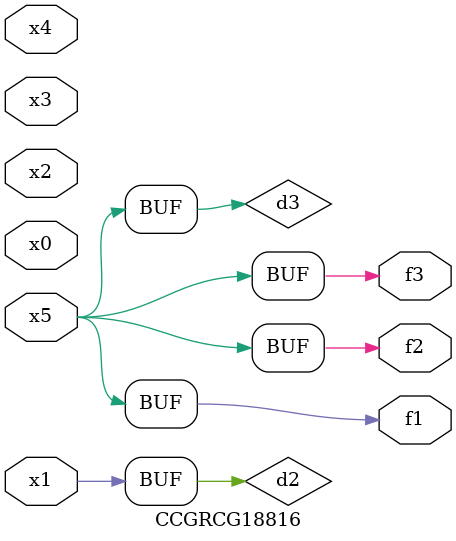
<source format=v>
module CCGRCG18816(
	input x0, x1, x2, x3, x4, x5,
	output f1, f2, f3
);

	wire d1, d2, d3;

	not (d1, x5);
	or (d2, x1);
	xnor (d3, d1);
	assign f1 = d3;
	assign f2 = d3;
	assign f3 = d3;
endmodule

</source>
